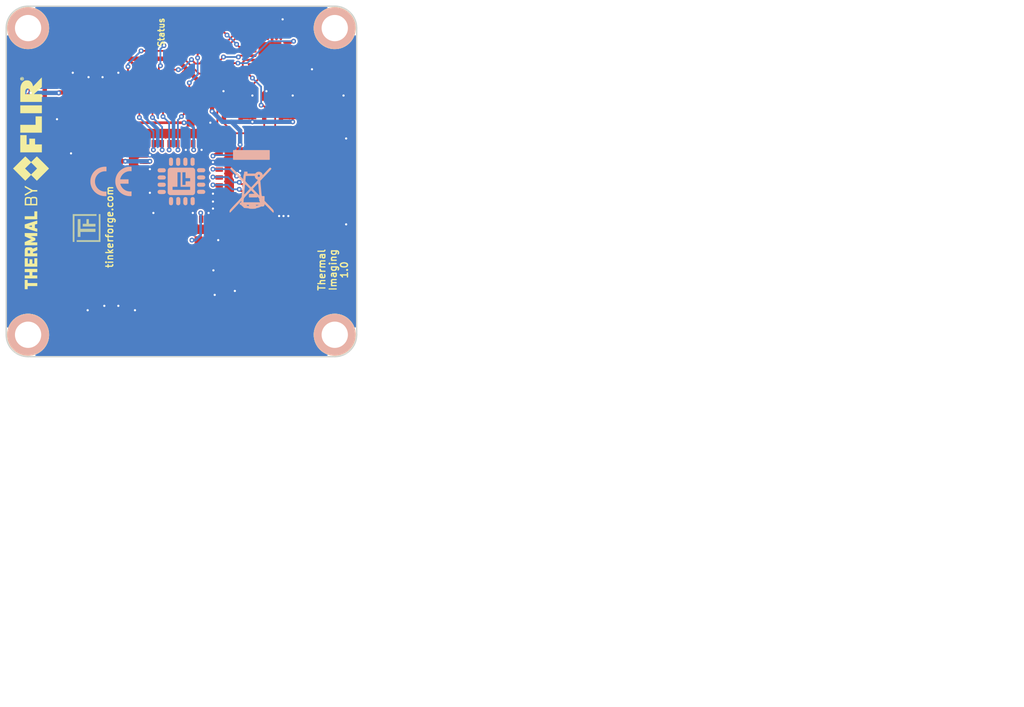
<source format=kicad_pcb>
(kicad_pcb (version 20221018) (generator pcbnew)
  (title_block (title "Thermal Imaging Bricklet") (date "2017-02-08") (rev "1.0") (company "Tinkerforge GmbH") (comment 1 "Licensed under CERN OHL v.1.1") (comment 2 "Copyright (©) 2017, B.Nordmeyer <bastian@tinkerforge.com>"))
  (layers (0 "F.Cu" signal) (31 "B.Cu" signal) (34 "B.Paste" user) (35 "F.Paste" user) (36 "B.SilkS" user "B.Silkscreen") (37 "F.SilkS" user "F.Silkscreen") (38 "B.Mask" user) (39 "F.Mask" user) (44 "Edge.Cuts" user))
  (net 0 "")
  (net 1 "GND")
  (net 2 "RESET")
  (net 3 "M-CS")
  (net 4 "M-CLK")
  (net 5 "M-MISO")
  (net 6 "S-MISO")
  (net 7 "S-MOSI")
  (net 8 "S-CLK")
  (net 9 "S-CS")
  (net 10 "3V3")
  (net 11 "+1.2V_INT")
  (net 12 "Net-(D1-Pad2)")
  (net 13 "Net-(P2-Pad2)")
  (net 14 "Net-(Q1-Pad3)")
  (net 15 "Net-(R1-Pad1)")
  (net 16 "Net-(R2-Pad1)")
  (net 17 "Net-(R4-Pad2)")
  (net 18 "SCL")
  (net 19 "SDA")
  (net 20 "Net-(RP3-Pad1)")
  (net 21 "Net-(RP3-Pad2)")
  (net 22 "Net-(RP3-Pad3)")
  (net 23 "Net-(RP3-Pad7)")
  (net 24 "Net-(RP3-Pad8)")
  (net 25 "VSYNC")
  (net 26 "+2.8V")
  (net 27 "+2.8V_INT")
  (net 28 "Net-(C16-Pad2)")
  (net 29 "Net-(P1-Pad4)")
  (net 30 "Net-(P1-Pad5)")
  (net 31 "Net-(P1-Pad6)")
  (net 32 "Net-(P3-Pad1)")
  (net 33 "Net-(P1-Pad1)")
  (net 34 "Net-(RP2-Pad6)")
  (net 35 "Net-(RP2-Pad7)")
  (net 36 "Net-(RP3-Pad4)")
  (net 37 "Net-(RP3-Pad5)")
  (net 38 "Net-(U1-Pad2)")
  (net 39 "Net-(U1-Pad3)")
  (net 40 "Net-(U1-Pad4)")
  (net 41 "Net-(U1-Pad8)")
  (net 42 "Net-(U1-Pad13)")
  (net 43 "Net-(U1-Pad15)")
  (net 44 "Net-(U1-Pad18)")
  (net 45 "Net-(U1-Pad21)")
  (net 46 "Net-(U4-Pad3)")
  (net 47 "Net-(U4-Pad4)")
  (net 48 "Net-(U4-Pad5)")
  (net 49 "Net-(U4-Pad17)")
  (net 50 "Net-(U4-Pad28)")
  (net 51 "Net-(U4-Pad29)")
  (net 52 "Net-(U4-Pad31)")
  (net 53 "Net-(U4-Pad32)")
  (footprint "kicad-libraries:CON-SENSOR2" (layer "F.Cu") (at 206.4 100.9 90)
    (fp_text reference "P1")
    (fp_text value "CON-SENSOR")
  )
  (footprint "kicad-libraries:SolderJumper" (layer "F.Cu") (at 204.9 90 90)
    (fp_text reference "P2")
    (fp_text value "Boot")
  )
  (footprint "kicad-libraries:CRYSTAL_5032" (layer "F.Cu") (at 175 97.3 -90)
    (fp_text reference "Q1")
    (fp_text value "25MHz")
  )
  (footprint "kicad-libraries:QFN24-4x4mm-0.5mm" (layer "F.Cu") (at 196.5 86.3 180)
    (fp_text reference "U1")
    (fp_text value "XMC1302-32")
  )
  (footprint "kicad-libraries:DRILL_NP" (layer "F.Cu") (at 203.9 118.4)
    (fp_text reference "U8" hide)
    (fp_text value "DRILL" hide)
  )
  (footprint "kicad-libraries:DRILL_NP" (layer "F.Cu") (at 168.9 83.4)
    (fp_text reference "U9" hide)
    (fp_text value "DRILL" hide)
  )
  (footprint "kicad-libraries:DRILL_NP" (layer "F.Cu") (at 168.9 118.4)
    (fp_text reference "U10" hide)
    (fp_text value "DRILL" hide)
  )
  (footprint "kicad-libraries:DRILL_NP" (layer "F.Cu") (at 203.9 83.4)
    (fp_text reference "U11" hide)
    (fp_text value "DRILL" hide)
  )
  (footprint "kicad-libraries:Fiducial_Mark" (layer "F.Cu") (at 200.4 114.9)
    (fp_text reference "Fiducial_Mark" hide)
    (fp_text value "VAL**" hide)
  )
  (footprint "kicad-libraries:Fiducial_Mark" (layer "F.Cu") (at 174.4 118.9)
    (fp_text reference "Fiducial_Mark" hide)
    (fp_text value "VAL**" hide)
  )
  (footprint "kicad-libraries:Fiducial_Mark" (layer "F.Cu") (at 176.4 84.9)
    (fp_text reference "Fiducial_Mark" hide)
    (fp_text value "VAL**" hide)
  )
  (footprint "kicad-libraries:Fiducial_Mark" (layer "F.Cu") (at 199.4 82.9)
    (fp_text reference "Fiducial_Mark" hide)
    (fp_text value "VAL**" hide)
  )
  (footprint "kicad-libraries:Logo_31x31" (layer "F.Cu") (at 174 107.8 90)
    (fp_text reference "G***" hide)
    (fp_text value "Logo_31x31" hide)
  )
  (footprint "kicad-libraries:C0603F" (layer "F.Cu") (at 198.1 103.35 90)
    (fp_text reference "C2")
    (fp_text value "1uF")
  )
  (footprint "kicad-libraries:C0603F" (layer "F.Cu") (at 199.1 92.6 90)
    (fp_text reference "C4")
    (fp_text value "100nF")
  )
  (footprint "kicad-libraries:C0603F" (layer "F.Cu") (at 194.5 92.6 90)
    (fp_text reference "C5")
    (fp_text value "100nF")
  )
  (footprint "kicad-libraries:C0603F" (layer "F.Cu") (at 189.1 107.6 180)
    (fp_text reference "C6")
    (fp_text value "100nF")
  )
  (footprint "kicad-libraries:C0603F" (layer "F.Cu") (at 193.1 98.2 -90)
    (fp_text reference "C7")
    (fp_text value "100nF")
  )
  (footprint "kicad-libraries:C0603F" (layer "F.Cu") (at 188.2 94.2)
    (fp_text reference "C8")
    (fp_text value "100nF")
  )
  (footprint "kicad-libraries:C0603F" (layer "F.Cu") (at 181.1 114.1 90)
    (fp_text reference "C9")
    (fp_text value "1uF")
  )
  (footprint "kicad-libraries:C0603F" (layer "F.Cu") (at 174 90 -90)
    (fp_text reference "C10")
    (fp_text value "1uF")
  )
  (footprint "kicad-libraries:C0603F" (layer "F.Cu") (at 191.75 114.15 -90)
    (fp_text reference "C11")
    (fp_text value "1uF")
  )
  (footprint "kicad-libraries:C0603F" (layer "F.Cu") (at 172.2 95.3 90)
    (fp_text reference "C12")
    (fp_text value "100nF")
  )
  (footprint "kicad-libraries:C0603F" (layer "F.Cu") (at 175.7 114.1 90)
    (fp_text reference "C13")
    (fp_text value "1uF")
  )
  (footprint "kicad-libraries:C0603F" (layer "F.Cu") (at 179.2 90 -90)
    (fp_text reference "C14")
    (fp_text value "1uF")
  )
  (footprint "kicad-libraries:C0603F" (layer "F.Cu") (at 189.3 111.8 180)
    (fp_text reference "C15")
    (fp_text value "1uF")
  )
  (footprint "kicad-libraries:D0603F" (layer "F.Cu") (at 186.4 83.9)
    (fp_text reference "D1")
    (fp_text value "LED blue")
  )
  (footprint "kicad-libraries:R0603F" (layer "F.Cu") (at 189.7 83.9 180)
    (fp_text reference "R1")
    (fp_text value "1k")
  )
  (footprint "kicad-libraries:R0603F" (layer "F.Cu") (at 183.1 91.6 90)
    (fp_text reference "R2")
    (fp_text value "1k")
  )
  (footprint "kicad-libraries:R0603F" (layer "F.Cu") (at 181.6 91.6 90)
    (fp_text reference "R3")
    (fp_text value "1k")
  )
  (footprint "kicad-libraries:R0603F" (layer "F.Cu") (at 178.5 98.6)
    (fp_text reference "R4")
    (fp_text value "100")
  )
  (footprint "kicad-libraries:4X0402" (layer "F.Cu") (at 201 90.2 -135)
    (fp_text reference "RP1")
    (fp_text value "82")
  )
  (footprint "kicad-libraries:0603X4" (layer "F.Cu") (at 185.5 91.6)
    (fp_text reference "RP2")
    (fp_text value "1k")
  )
  (footprint "kicad-libraries:0603X4" (layer "F.Cu") (at 194.8 101.6 90)
    (fp_text reference "RP3")
    (fp_text value "220")
  )
  (footprint "kicad-libraries:SOT23-5" (layer "F.Cu") (at 192.2 92.5 180)
    (fp_text reference "U2")
    (fp_text value "74LVC1G17")
  )
  (footprint "kicad-libraries:SOT23-5" (layer "F.Cu") (at 196.8 92.5 180)
    (fp_text reference "U3")
    (fp_text value "74LVC1G17")
  )
  (footprint "kicad-libraries:Lepton_105028" (layer "F.Cu") (at 186.4 100.9 90)
    (fp_text reference "U4")
    (fp_text value "FLIR-Lepton")
  )
  (footprint "kicad-libraries:SOT23-3" (layer "F.Cu") (at 178.4 114.1)
    (fp_text reference "U5")
    (fp_text value "AP7333-28SAG")
  )
  (footprint "kicad-libraries:SOT23-3" (layer "F.Cu") (at 176.6 90 180)
    (fp_text reference "U6")
    (fp_text value "AP7333-28SAG")
  )
  (footprint "kicad-libraries:SOT23-3R" (layer "F.Cu") (at 189.3 114.1)
    (fp_text reference "U7")
    (fp_text value "MCP1700T-1202E/TT")
  )
  (footprint "kicad-libraries:C0603F" (layer "F.Cu") (at 196.5 82.4 180)
    (fp_text reference "C3")
    (fp_text value "100nF")
  )
  (footprint "kicad-libraries:C0805" (layer "F.Cu") (at 199.6 103.1 90)
    (fp_text reference "C1")
    (fp_text value "10uF")
  )
  (footprint "kicad-libraries:DEBUG_PAD" (layer "F.Cu") (at 200 84.7)
    (fp_text reference "P3")
    (fp_text value "Debug")
  )
  (footprint "kicad-libraries:logo_therm_by_flir" (layer "F.Cu") (at 169.2 100.9 90)
    (fp_text reference "G***" hide)
    (fp_text value "LOGO" hide)
  )
  (footprint "kicad-libraries:C0402F" (layer "F.Cu") (at 202.2 89 -45)
    (fp_text reference "C16")
    (fp_text value "220pF")
  )
  (footprint "kicad-libraries:CE_5mm" (layer "B.Cu") (at 178.4 100.9)
    (fp_text reference "VAL" hide)
    (fp_text value "CE_5mm" hide)
  )
  (footprint "kicad-libraries:Logo_CoMCU" (layer "B.Cu") (at 186.4 100.9)
    (fp_text reference "G***" hide)
    (fp_text value "LOGO" hide)
  )
  (footprint "kicad-libraries:WEEE_7mm" (layer "B.Cu") (at 194.4 100.9)
    (fp_text reference "G***" hide)
    (fp_text value "LOGO" hide)
  )
  (gr_arc (start 166.4 83.4) (mid 167.132233 81.632233) (end 168.9 80.9) (stroke (width 0.15)) (layer "Edge.Cuts"))
  (gr_line (start 206.4 118.4) (end 206.4 83.4) (stroke (width 0.15)) (layer "Edge.Cuts"))
  (gr_arc (start 203.9 80.9) (mid 205.667767 81.632233) (end 206.4 83.4) (stroke (width 0.15)) (layer "Edge.Cuts"))
  (gr_line (start 166.4 83.4) (end 166.4 118.4) (stroke (width 0.15)) (layer "Edge.Cuts"))
  (gr_arc (start 206.4 118.4) (mid 205.667767 120.167767) (end 203.9 120.9) (stroke (width 0.15)) (layer "Edge.Cuts"))
  (gr_arc (start 168.9 120.9) (mid 167.132233 120.167767) (end 166.4 118.4) (stroke (width 0.15)) (layer "Edge.Cuts"))
  (gr_line (start 168.9 120.9) (end 203.9 120.9) (stroke (width 0.15)) (layer "Edge.Cuts"))
  (gr_line (start 203.9 80.9) (end 168.9 80.9) (stroke (width 0.15)) (layer "Edge.Cuts"))
  (gr_text "Thermal\nImaging\n1.0" (at 203.7 111 90) (layer "F.SilkS") (effects (font (size 0.8 0.8))))
  (gr_text "Status" (at 184.1 83.9 90) (layer "F.SilkS") (effects (font (size 0.7 0.7))))
  (gr_text "tinkerforge.com" (at 178.2 106.1 90) (layer "F.SilkS") (effects (font (size 0.8 0.8))))
  (segment (start 190.05 98.65) (end 190 98.7) (width 0.2) (layer "F.Cu") (net 1))
  (segment (start 193.1 99.7) (end 193.1 98.95) (width 0.2) (layer "F.Cu") (net 1))
  (segment (start 188.65 97.25) (end 188.7 97.3) (width 0.2) (layer "F.Cu") (net 1))
  (segment (start 189.7 94.2) (end 188.95 94.2) (width 0.3) (layer "F.Cu") (net 1))
  (segment (start 186.9 96.64) (end 186.9 97.3) (width 0.3) (layer "F.Cu") (net 1))
  (segment (start 182.75 99.55) (end 182.8 99.5) (width 0.2) (layer "F.Cu") (net 1))
  (segment (start 182.75 102.25) (end 182.8 102.2) (width 0.2) (layer "F.Cu") (net 1))
  (segment (start 183.25 104.55) (end 183.2 104.5) (width 0.2) (layer "F.Cu") (net 1))
  (segment (start 187.75 104.55) (end 187.7 104.5) (width 0.2) (layer "F.Cu") (net 1))
  (segment (start 189.55 104.55) (end 189.5 104.5) (width 0.2) (layer "F.Cu") (net 1))
  (segment (start 190.6 107.6) (end 189.85 107.6) (width 0.2) (layer "F.Cu") (net 1))
  (segment (start 196.75 83.75) (end 197.25 83.25) (width 0.3) (layer "F.Cu") (net 1))
  (segment (start 197.25 83.25) (end 197.25 82.8) (width 0.3) (layer "F.Cu") (net 1))
  (segment (start 196.75 85.25) (end 197.15 85.65) (width 0.2) (layer "F.Cu") (net 1))
  (segment (start 195.85004 90.84996) (end 196.1 90.6) (width 0.5) (layer "F.Cu") (net 1))
  (segment (start 191.25004 90.65004) (end 191.2 90.6) (width 0.3) (layer "F.Cu") (net 1))
  (segment (start 179.19924 115.10076) (end 179.2 115.1) (width 0.5) (layer "F.Cu") (net 1))
  (segment (start 177.60076 115.10076) (end 177.6 115.1) (width 0.5) (layer "F.Cu") (net 1))
  (segment (start 177.39924 88.99924) (end 177.4 89) (width 0.5) (layer "F.Cu") (net 1))
  (segment (start 175.80076 88.99924) (end 175.8 89) (width 0.5) (layer "F.Cu") (net 1))
  (segment (start 182.65 97.75) (end 182.8 97.9) (width 0.3) (layer "F.Cu") (net 1))
  (segment (start 190.05 104.05) (end 190 104) (width 0.3) (layer "F.Cu") (net 1))
  (segment (start 190.05 103.15) (end 190 103.2) (width 0.3) (layer "F.Cu") (net 1))
  (segment (start 190.05 102.25) (end 190 102.3) (width 0.3) (layer "F.Cu") (net 1))
  (segment (start 173.75 97.75) (end 173.8 97.7) (width 0.5) (layer "F.Cu") (net 1))
  (segment (start 204.35 90.3) (end 204.55 90.5) (width 0.2) (layer "F.Cu") (net 1))
  (segment (start 204.55 90.5) (end 204.9 90.5) (width 0.2) (layer "F.Cu") (net 1))
  (segment (start 205.45 90.4) (end 205.35 90.5) (width 0.2) (layer "F.Cu") (net 1))
  (segment (start 205.35 90.5) (end 204.9 90.5) (width 0.2) (layer "F.Cu") (net 1))
  (segment (start 190.189 113.839) (end 190.2 113.85) (width 0.5) (layer "F.Cu") (net 1))
  (segment (start 200.95 103.4) (end 200.24924 104.10076) (width 0.5) (layer "F.Cu") (net 1))
  (segment (start 200.24924 104.10076) (end 199.6 104.10076) (width 0.5) (layer "F.Cu") (net 1))
  (segment (start 198.10076 104.10076) (end 198.1 104.1) (width 0.5) (layer "F.Cu") (net 1))
  (segment (start 198.1 104.35) (end 198.6 104.85) (width 0.5) (layer "F.Cu") (net 1))
  (segment (start 198.1 104.8) (end 198.05 104.85) (width 0.5) (layer "F.Cu") (net 1))
  (segment (start 198.1 104.3) (end 197.55 104.85) (width 0.5) (layer "F.Cu") (net 1))
  (segment (start 196.75 84.275) (end 196.75 85.25) (width 0.3) (layer "F.Cu") (net 1))
  (segment (start 204.35 90.225) (end 204.35 90.3) (width 0.2) (layer "F.Cu") (net 1))
  (segment (start 201.8 103.4) (end 200.95 103.4) (width 0.5) (layer "F.Cu") (net 1))
  (segment (start 196.75 84.275) (end 196.75 83.75) (width 0.3) (layer "F.Cu") (net 1))
  (segment (start 186.85 96.59) (end 186.9 96.64) (width 0.2) (layer "F.Cu") (net 1))
  (segment (start 176.6 88.99924) (end 177.39924 88.99924) (width 0.5) (layer "F.Cu") (net 1))
  (segment (start 181.1 114.85) (end 181.1 115.6) (width 0.5) (layer "F.Cu") (net 1))
  (segment (start 197.25 82.4) (end 197.95 82.4) (width 0.5) (layer "F.Cu") (net 1))
  (segment (start 197.15 86.95) (end 197.15 85.65) (width 0.2) (layer "F.Cu") (net 1))
  (segment (start 183.25 105.21) (end 183.25 104.55) (width 0.3) (layer "F.Cu") (net 1))
  (segment (start 198.1 104.1) (end 198.1 104.35) (width 0.5) (layer "F.Cu") (net 1))
  (segment (start 205.45 90.225) (end 205.45 90.4) (width 0.2) (layer "F.Cu") (net 1))
  (segment (start 182.09 99.55) (end 182.75 99.55) (width 0.3) (layer "F.Cu") (net 1))
  (segment (start 182.09 97.75) (end 182.65 97.75) (width 0.3) (layer "F.Cu") (net 1))
  (segment (start 190.71 102.25) (end 190.05 102.25) (width 0.3) (layer "F.Cu") (net 1))
  (segment (start 190.189 113.084) (end 190.189 113.839) (width 0.5) (layer "F.Cu") (net 1))
  (segment (start 178.4 115.10076) (end 179.19924 115.10076) (width 0.5) (layer "F.Cu") (net 1))
  (segment (start 176.6 88.99924) (end 175.80076 88.99924) (width 0.5) (layer "F.Cu") (net 1))
  (segment (start 205.2 106.8) (end 205.2 105.8) (width 0.4) (layer "F.Cu") (net 1))
  (segment (start 195.85 86.95) (end 197.15 86.95) (width 0.2) (layer "F.Cu") (net 1))
  (segment (start 178.4 115.10076) (end 177.60076 115.10076) (width 0.5) (layer "F.Cu") (net 1))
  (segment (start 191.75 113.4) (end 192.5 113.4) (width 0.5) (layer "F.Cu") (net 1))
  (segment (start 189.55 105.21) (end 189.55 104.55) (width 0.3) (layer "F.Cu") (net 1))
  (segment (start 198.1 104.1) (end 198.1 104.8) (width 0.5) (layer "F.Cu") (net 1))
  (segment (start 199.1 91.85) (end 199.1 91.1) (width 0.5) (layer "F.Cu") (net 1))
  (segment (start 190.71 98.65) (end 190.05 98.65) (width 0.3) (layer "F.Cu") (net 1))
  (segment (start 194.5 91.85) (end 194.5 91.1) (width 0.5) (layer "F.Cu") (net 1))
  (segment (start 204.9 90.5) (end 204.9 91.1) (width 0.3) (layer "F.Cu") (net 1))
  (segment (start 172.2 94.55) (end 172.2 93.8) (width 0.5) (layer "F.Cu") (net 1))
  (segment (start 198.1 104.1) (end 198.1 104.3) (width 0.5) (layer "F.Cu") (net 1))
  (segment (start 173.75 98.63) (end 173.75 97.75) (width 0.5) (layer "F.Cu") (net 1))
  (segment (start 199.6 104.10076) (end 198.10076 104.10076) (width 0.5) (layer "F.Cu") (net 1))
  (segment (start 195.85 85.65) (end 195.85 86.95) (width 0.2) (layer "F.Cu") (net 1))
  (segment (start 174 89.25) (end 174 88.5) (width 0.5) (layer "F.Cu") (net 1))
  (segment (start 182.09 102.25) (end 182.75 102.25) (width 0.3) (layer "F.Cu") (net 1))
  (segment (start 179.2 89.25) (end 179.2 88.5) (width 0.5) (layer "F.Cu") (net 1))
  (segment (start 190.71 104.05) (end 190.05 104.05) (width 0.3) (layer "F.Cu") (net 1))
  (segment (start 188.65 96.59) (end 188.65 97.25) (width 0.3) (layer "F.Cu") (net 1))
  (segment (start 191.25004 91.30112) (end 191.25004 90.65004) (width 0.5) (layer "F.Cu") (net 1))
  (segment (start 190.05 111.8) (end 190.05 111.05) (width 0.5) (layer "F.Cu") (net 1))
  (segment (start 175.7 114.85) (end 175.7 115.6) (width 0.5) (layer "F.Cu") (net 1))
  (segment (start 195.85004 91.30112) (end 195.85004 90.84996) (width 0.5) (layer "F.Cu") (net 1))
  (segment (start 187.75 105.21) (end 187.75 104.55) (width 0.3) (layer "F.Cu") (net 1))
  (segment (start 190.71 103.15) (end 190.05 103.15) (width 0.3) (layer "F.Cu") (net 1))
  (segment (start 205.2 95) (end 205.2 96) (width 0.4) (layer "F.Cu") (net 1))
  (segment (start 201.740381 88.540381) (end 201.3 88.1) (width 0.4) (layer "F.Cu") (net 1))
  (via (at 174 88.5) (size 0.55) (drill 0.25) (layers "F.Cu" "B.Cu") (net 1))
  (via (at 172.2 93.8) (size 0.55) (drill 0.25) (layers "F.Cu" "B.Cu") (net 1))
  (via (at 173.8 97.7) (size 0.55) (drill 0.25) (layers "F.Cu" "B.Cu") (net 1))
  (via (at 183.2 104.5) (size 0.55) (drill 0.25) (layers "F.Cu" "B.Cu") (net 1))
  (via (at 188.7 97.3) (size 0.55) (drill 0.25) (layers "F.Cu" "B.Cu") (net 1))
  (via (at 189.5 104.5) (size 0.55) (drill 0.25) (layers "F.Cu" "B.Cu") (net 1))
  (via (at 177.4 89) (size 0.55) (drill 0.25) (layers "F.Cu" "B.Cu") (net 1))
  (via (at 181.1 115.6) (size 0.55) (drill 0.25) (layers "F.Cu" "B.Cu") (net 1))
  (via (at 196.1 90.6) (size 0.55) (drill 0.25) (layers "F.Cu" "B.Cu") (net 1))
  (via (at 201.3 88.1) (size 0.55) (drill 0.25) (layers "F.Cu" "B.Cu") (net 1))
  (via (at 177.6 115.1) (size 0.55) (drill 0.25) (layers "F.Cu" "B.Cu") (net 1))
  (via (at 205.2 105.8) (size 0.55) (drill 0.25) (layers "F.Cu" "B.Cu") (net 1))
  (via (at 190.05 111.05) (size 0.55) (drill 0.25) (layers "F.Cu" "B.Cu") (net 1))
  (via (at 204.9 91.1) (size 0.55) (drill 0.25) (layers "F.Cu" "B.Cu") (net 1))
  (via (at 175.7 115.6) (size 0.55) (drill 0.25) (layers "F.Cu" "B.Cu") (net 1))
  (via (at 186.9 97.3) (size 0.55) (drill 0.25) (layers "F.Cu" "B.Cu") (net 1))
  (via (at 182.8 97.9) (size 0.55) (drill 0.25) (layers "F.Cu" "B.Cu") (net 1))
  (via (at 190 104) (size 0.55) (drill 0.25) (layers "F.Cu" "B.Cu") (net 1))
  (via (at 199.1 91.1) (size 0.55) (drill 0.25) (layers "F.Cu" "B.Cu") (net 1))
  (via (at 193.1 99.7) (size 0.55) (drill 0.25) (layers "F.Cu" "B.Cu") (net 1))
  (via (at 197.95 82.4) (size 0.55) (drill 0.25) (layers "F.Cu" "B.Cu") (net 1))
  (via (at 205.2 96) (size 0.55) (drill 0.25) (layers "F.Cu" "B.Cu") (net 1))
  (via (at 198.05 104.85) (size 0.55) (drill 0.25) (layers "F.Cu" "B.Cu") (net 1))
  (via (at 179.2 88.5) (size 0.55) (drill 0.25) (layers "F.Cu" "B.Cu") (net 1))
  (via (at 182.8 102.2) (size 0.55) (drill 0.25) (layers "F.Cu" "B.Cu") (net 1))
  (via (at 198.6 104.85) (size 0.55) (drill 0.25) (layers "F.Cu" "B.Cu") (net 1))
  (via (at 192.5 113.4) (size 0.55) (drill 0.25) (layers "F.Cu" "B.Cu") (net 1))
  (via (at 197.55 104.85) (size 0.55) (drill 0.25) (layers "F.Cu" "B.Cu") (net 1))
  (via (at 190 102.3) (size 0.55) (drill 0.25) (layers "F.Cu" "B.Cu") (net 1))
  (via (at 191.2 90.6) (size 0.55) (drill 0.25) (layers "F.Cu" "B.Cu") (net 1))
  (via (at 190 98.7) (size 0.55) (drill 0.25) (layers "F.Cu" "B.Cu") (net 1))
  (via (at 190 103.2) (size 0.55) (drill 0.25) (layers "F.Cu" "B.Cu") (net 1))
  (via (at 189.7 94.2) (size 0.55) (drill 0.25) (layers "F.Cu" "B.Cu") (net 1))
  (via (at 175.8 89) (size 0.55) (drill 0.25) (layers "F.Cu" "B.Cu") (net 1))
  (via (at 187.7 104.5) (size 0.55) (drill 0.25) (layers "F.Cu" "B.Cu") (net 1))
  (via (at 179.2 115.1) (size 0.55) (drill 0.25) (layers "F.Cu" "B.Cu") (net 1))
  (via (at 194.5 91.1) (size 0.55) (drill 0.25) (layers "F.Cu" "B.Cu") (net 1))
  (via (at 182.8 99.5) (size 0.55) (drill 0.25) (layers "F.Cu" "B.Cu") (net 1))
  (via (at 190.2 113.85) (size 0.55) (drill 0.25) (layers "F.Cu" "B.Cu") (net 1))
  (via (at 190.6 107.6) (size 0.55) (drill 0.25) (layers "F.Cu" "B.Cu") (net 1))
  (segment (start 190 98.7) (end 192.1 98.7) (width 0.2) (layer "B.Cu") (net 1))
  (segment (start 192.1 98.7) (end 193.1 99.7) (width 0.2) (layer "B.Cu") (net 1))
  (segment (start 188.7 97.3) (end 188.7 94.6) (width 0.2) (layer "B.Cu") (net 1))
  (segment (start 188.7 94.6) (end 189.1 94.2) (width 0.2) (layer "B.Cu") (net 1))
  (segment (start 189.1 94.2) (end 189.7 94.2) (width 0.2) (layer "B.Cu") (net 1))
  (segment (start 189.5 106.5) (end 190.6 107.6) (width 0.2) (layer "B.Cu") (net 1))
  (segment (start 189.5 104.5) (end 189.5 106.5) (width 0.2) (layer "B.Cu") (net 1))
  (segment (start 183.25 97.25) (end 183.2 97.3) (width 0.3) (layer "F.Cu") (net 2))
  (segment (start 181.6 93.6) (end 181.6 92.35) (width 0.2) (layer "F.Cu") (net 2))
  (segment (start 193.05 86.55) (end 192.9 86.7) (width 0.2) (layer "F.Cu") (net 2))
  (segment (start 180.3 87.8) (end 180.3 91.9) (width 0.2) (layer "F.Cu") (net 2))
  (segment (start 180.3 91.9) (end 180.75 92.35) (width 0.2) (layer "F.Cu") (net 2))
  (segment (start 180.75 92.35) (end 181.6 92.35) (width 0.2) (layer "F.Cu") (net 2))
  (segment (start 189.3 88.6) (end 188.4 88.6) (width 0.2) (layer "F.Cu") (net 2))
  (segment (start 188.4 88.6) (end 185.8 86) (width 0.2) (layer "F.Cu") (net 2))
  (segment (start 185.8 86) (end 181.8 86) (width 0.2) (layer "F.Cu") (net 2))
  (segment (start 194.475 86.55) (end 193.05 86.55) (width 0.2) (layer "F.Cu") (net 2))
  (segment (start 191.2 86.7) (end 189.3 88.6) (width 0.2) (layer "F.Cu") (net 2))
  (segment (start 183.25 96.59) (end 183.25 97.25) (width 0.2) (layer "F.Cu") (net 2))
  (via (at 181.6 93.6) (size 0.55) (drill 0.25) (layers "F.Cu" "B.Cu") (net 2))
  (via (at 183.2 97.3) (size 0.55) (drill 0.25) (layers "F.Cu" "B.Cu") (net 2))
  (via (at 180.3 87.8) (size 0.55) (drill 0.25) (layers "F.Cu" "B.Cu") (net 2))
  (via (at 181.8 86) (size 0.55) (drill 0.25) (layers "F.Cu" "B.Cu") (net 2))
  (via (at 192.9 86.7) (size 0.55) (drill 0.25) (layers "F.Cu" "B.Cu") (net 2))
  (via (at 191.2 86.7) (size 0.55) (drill 0.25) (layers "F.Cu" "B.Cu") (net 2))
  (segment (start 183.2 97.3) (end 183.2 95.2) (width 0.2) (layer "B.Cu") (net 2))
  (segment (start 183.2 95.2) (end 181.6 93.6) (width 0.2) (layer "B.Cu") (net 2))
  (segment (start 192.9 86.7) (end 191.2 86.7) (width 0.2) (layer "B.Cu") (net 2))
  (segment (start 181.8 86) (end 180.3 87.5) (width 0.2) (layer "B.Cu") (net 2))
  (segment (start 180.3 87.5) (end 180.3 87.8) (width 0.2) (layer "B.Cu") (net 2))
  (segment (start 196.8 91) (end 196.8 91.30112) (width 0.2) (layer "F.Cu") (net 3))
  (segment (start 196.8 90.5) (end 195.75 89.45) (width 0.2) (layer "F.Cu") (net 3))
  (segment (start 196.8 91.30112) (end 196.8 90.5) (width 0.2) (layer "F.Cu") (net 3))
  (segment (start 195.75 88.325) (end 195.75 89.45) (width 0.2) (layer "F.Cu") (net 3))
  (segment (start 192.4 90.6) (end 192.2 90.8) (width 0.2) (layer "F.Cu") (net 4))
  (segment (start 192.2 91.30112) (end 192.2 90.8) (width 0.2) (layer "F.Cu") (net 4))
  (segment (start 193.8 90.6) (end 195.25 89.15) (width 0.2) (layer "F.Cu") (net 4))
  (segment (start 195.25 88.325) (end 195.25 89.15) (width 0.2) (layer "F.Cu") (net 4))
  (segment (start 192.4 90.6) (end 193.8 90.6) (width 0.2) (layer "F.Cu") (net 4))
  (segment (start 196.70122 101.99878) (end 197.1 101.6) (width 0.2) (layer "F.Cu") (net 5))
  (segment (start 197.1 101.6) (end 197.1 93.6) (width 0.2) (layer "F.Cu") (net 5))
  (segment (start 197.1 93.6) (end 195.7 92.2) (width 0.2) (layer "F.Cu") (net 5))
  (segment (start 195.7 92.2) (end 195.5 92.2) (width 0.2) (layer "F.Cu") (net 5))
  (segment (start 194.5 89.1) (end 193.4 88) (width 0.2) (layer "F.Cu") (net 5))
  (segment (start 193.4 88) (end 193.4 87.3) (width 0.2) (layer "F.Cu") (net 5))
  (segment (start 193.4 87.3) (end 193.65 87.05) (width 0.2) (layer "F.Cu") (net 5))
  (segment (start 194.475 87.05) (end 193.65 87.05) (width 0.2) (layer "F.Cu") (net 5))
  (segment (start 196.70122 101.99878) (end 195.6509 101.99878) (width 0.2) (layer "F.Cu") (net 5))
  (via (at 194.5 89.1) (size 0.55) (drill 0.25) (layers "F.Cu" "B.Cu") (net 5))
  (via (at 195.5 92.2) (size 0.55) (drill 0.25) (layers "F.Cu" "B.Cu") (net 5))
  (segment (start 195.5 90.1) (end 194.5 89.1) (width 0.2) (layer "B.Cu") (net 5))
  (segment (start 195.5 92.2) (end 195.5 90.1) (width 0.2) (layer "B.Cu") (net 5))
  (segment (start 199.409671 87.55) (end 201.123249 89.263578) (width 0.2) (layer "F.Cu") (net 6))
  (segment (start 198.525 87.55) (end 199.409671 87.55) (width 0.2) (layer "F.Cu") (net 6))
  (segment (start 197.75 88.75) (end 198 89) (width 0.2) (layer "F.Cu") (net 7))
  (segment (start 198 89) (end 200.152026 89) (width 0.2) (layer "F.Cu") (net 7))
  (segment (start 200.152026 89) (end 200.769427 89.617401) (width 0.2) (layer "F.Cu") (net 7))
  (segment (start 197.75 88.325) (end 197.75 88.75) (width 0.2) (layer "F.Cu") (net 7))
  (segment (start 197.25 89.15) (end 197.6 89.5) (width 0.2) (layer "F.Cu") (net 8))
  (segment (start 197.6 89.5) (end 199.947974 89.5) (width 0.2) (layer "F.Cu") (net 8))
  (segment (start 199.947974 89.5) (end 200.417401 89.969427) (width 0.2) (layer "F.Cu") (net 8))
  (segment (start 197.25 88.325) (end 197.25 89.15) (width 0.2) (layer "F.Cu") (net 8))
  (segment (start 196.75 89.45) (end 197.2 89.9) (width 0.2) (layer "F.Cu") (net 9))
  (segment (start 197.2 89.9) (end 199.640329 89.9) (width 0.2) (layer "F.Cu") (net 9))
  (segment (start 199.640329 89.9) (end 200.063578 90.323249) (width 0.2) (layer "F.Cu") (net 9))
  (segment (start 196.75 88.325) (end 196.75 89.45) (width 0.2) (layer "F.Cu") (net 9))
  (segment (start 180.05 113.35) (end 179.784 113.084) (width 0.5) (layer "F.Cu") (net 10))
  (segment (start 179.784 113.084) (end 179.289 113.084) (width 0.5) (layer "F.Cu") (net 10))
  (segment (start 182.95 113.35) (end 186 116.4) (width 0.5) (layer "F.Cu") (net 10))
  (segment (start 186 116.4) (end 192.85 116.4) (width 0.5) (layer "F.Cu") (net 10))
  (segment (start 183.1 116.4) (end 182.3 117.2) (width 0.5) (layer "F.Cu") (net 10))
  (segment (start 182.3 117.2) (end 174.8 117.2) (width 0.5) (layer "F.Cu") (net 10))
  (segment (start 174.8 117.2) (end 168.3 110.7) (width 0.5) (layer "F.Cu") (net 10))
  (segment (start 168.3 110.7) (end 168.3 91.7) (width 0.5) (layer "F.Cu") (net 10))
  (segment (start 168.3 91.7) (end 169.2 90.8) (width 0.5) (layer "F.Cu") (net 10))
  (segment (start 172.4 90.8) (end 172.45 90.75) (width 0.5) (layer "F.Cu") (net 10))
  (segment (start 172.45 90.75) (end 174 90.75) (width 0.5) (layer "F.Cu") (net 10))
  (segment (start 175.216 91.016) (end 174.95 90.75) (width 0.5) (layer "F.Cu") (net 10))
  (segment (start 174.95 90.75) (end 174 90.75) (width 0.5) (layer "F.Cu") (net 10))
  (segment (start 169.2 88.7) (end 175.3 82.6) (width 0.5) (layer "F.Cu") (net 10))
  (segment (start 175.3 82.6) (end 183.6 82.6) (width 0.5) (layer "F.Cu") (net 10))
  (segment (start 184.7 83.9) (end 183.6 82.8) (width 0.5) (layer "F.Cu") (net 10))
  (segment (start 183.6 82.8) (end 183.6 82.6) (width 0.5) (layer "F.Cu") (net 10))
  (segment (start 196.25 83.5) (end 195.75 83) (width 0.3) (layer "F.Cu") (net 10))
  (segment (start 195.75 83) (end 195.75 82.4) (width 0.3) (layer "F.Cu") (net 10))
  (segment (start 183.8 82.4) (end 183.6 82.6) (width 0.5) (layer "F.Cu") (net 10))
  (segment (start 190.59924 115.10076) (end 190.8 114.9) (width 0.3) (layer "F.Cu") (net 10))
  (segment (start 190.8 114.9) (end 191.75 114.9) (width 0.3) (layer "F.Cu") (net 10))
  (segment (start 191.75 115.3) (end 192.85 116.4) (width 0.5) (layer "F.Cu") (net 10))
  (segment (start 192.85 116.4) (end 193.4 116.4) (width 0.5) (layer "F.Cu") (net 10))
  (segment (start 199.65076 102.15) (end 199.6 102.09924) (width 0.5) (layer "F.Cu") (net 10))
  (segment (start 199.30076 102.09924) (end 198.8 102.6) (width 0.5) (layer "F.Cu") (net 10))
  (segment (start 198.8 102.6) (end 198.1 102.6) (width 0.5) (layer "F.Cu") (net 10))
  (segment (start 197.3 102.6) (end 196.85 103.05) (width 0.5) (layer "F.Cu") (net 10))
  (segment (start 196.85 103.05) (end 196.85 112.95) (width 0.5) (layer "F.Cu") (net 10))
  (segment (start 196.85 112.95) (end 193.4 116.4) (width 0.5) (layer "F.Cu") (net 10))
  (segment (start 196.25 84.275) (end 196.25 83.5) (width 0.3) (layer "F.Cu") (net 10))
  (segment (start 181.1 113.35) (end 180.05 113.35) (width 0.5) (layer "F.Cu") (net 10))
  (segment (start 191.75 114.9) (end 191.75 115.3) (width 0.5) (layer "F.Cu") (net 10))
  (segment (start 189.3 115.10076) (end 190.59924 115.10076) (width 0.3) (layer "F.Cu") (net 10))
  (segment (start 169.2 90.8) (end 169.2 88.7) (width 0.5) (layer "F.Cu") (net 10))
  (segment (start 185.5499 83.9) (end 184.7 83.9) (width 0.5) (layer "F.Cu") (net 10))
  (segment (start 186 116.4) (end 183.1 116.4) (width 0.5) (layer "F.Cu") (net 10))
  (segment (start 175.711 91.016) (end 175.216 91.016) (width 0.5) (layer "F.Cu") (net 10))
  (segment (start 181.1 113.35) (end 182.95 113.35) (width 0.5) (layer "F.Cu") (net 10))
  (segment (start 198.1 102.6) (end 197.3 102.6) (width 0.5) (layer "F.Cu") (net 10))
  (segment (start 199.6 102.09924) (end 199.30076 102.09924) (width 0.5) (layer "F.Cu") (net 10))
  (segment (start 201.8 102.15) (end 199.65076 102.15) (width 0.5) (layer "F.Cu") (net 10))
  (segment (start 195.75 82.4) (end 183.8 82.4) (width 0.5) (layer "F.Cu") (net 10))
  (via (at 169.2 90.8) (size 0.55) (drill 0.25) (layers "F.Cu" "B.Cu") (net 10))
  (via (at 172.4 90.8) (size 0.55) (drill 0.25) (layers "F.Cu" "B.Cu") (net 10))
  (segment (start 169.2 90.8) (end 172.4 90.8) (width 0.5) (layer "B.Cu") (net 10))
  (segment (start 188.65 104.55) (end 188.6 104.5) (width 0.2) (layer "F.Cu") (net 11))
  (segment (start 187.6 107.6) (end 188.35 107.6) (width 0.3) (layer "F.Cu") (net 11))
  (segment (start 188.35 109.1) (end 188.55 109.3) (width 0.3) (layer "F.Cu") (net 11))
  (segment (start 188.55 109.3) (end 188.55 111.8) (width 0.3) (layer "F.Cu") (net 11))
  (segment (start 188.55 112.3) (end 188.411 112.439) (width 0.3) (layer "F.Cu") (net 11))
  (segment (start 188.411 112.439) (end 188.411 113.084) (width 0.3) (layer "F.Cu") (net 11))
  (segment (start 188.35 107.6) (end 188.35 109.1) (width 0.3) (layer "F.Cu") (net 11))
  (segment (start 188.65 105.21) (end 188.65 104.55) (width 0.3) (layer "F.Cu") (net 11))
  (segment (start 188.55 111.8) (end 188.55 112.3) (width 0.3) (layer "F.Cu") (net 11))
  (via (at 188.6 104.5) (size 0.55) (drill 0.25) (layers "F.Cu" "B.Cu") (net 11))
  (via (at 187.6 107.6) (size 0.55) (drill 0.25) (layers "F.Cu" "B.Cu") (net 11))
  (segment (start 188.6 107) (end 188 107.6) (width 0.3) (layer "B.Cu") (net 11))
  (segment (start 188 107.6) (end 187.6 107.6) (width 0.3) (layer "B.Cu") (net 11))
  (segment (start 188.6 104.5) (end 188.6 107) (width 0.3) (layer "B.Cu") (net 11))
  (segment (start 188.95 83.9) (end 187.2501 83.9) (width 0.2) (layer "F.Cu") (net 12))
  (segment (start 201 85.55) (end 198.525 85.55) (width 0.2) (layer "F.Cu") (net 13))
  (segment (start 204.9 89.45) (end 201 85.55) (width 0.2) (layer "F.Cu") (net 13))
  (segment (start 204.9 89.85) (end 204.9 89.45) (width 0.2) (layer "F.Cu") (net 13))
  (segment (start 177.72 98.63) (end 177.75 98.6) (width 0.2) (layer "F.Cu") (net 14))
  (segment (start 176.05 98.63) (end 177.72 98.63) (width 0.5) (layer "F.Cu") (net 14))
  (segment (start 193 85.55) (end 192.7 85.25) (width 0.2) (layer "F.Cu") (net 15))
  (segment (start 191.6 84.2) (end 191.3 83.9) (width 0.2) (layer "F.Cu") (net 15))
  (segment (start 191.3 83.9) (end 190.45 83.9) (width 0.2) (layer "F.Cu") (net 15))
  (segment (start 194.475 85.55) (end 193 85.55) (width 0.2) (layer "F.Cu") (net 15))
  (via (at 192.7 85.25) (size 0.55) (drill 0.25) (layers "F.Cu" "B.Cu") (net 15))
  (via (at 191.6 84.2) (size 0.55) (drill 0.25) (layers "F.Cu" "B.Cu") (net 15))
  (segment (start 192.7 85.25) (end 191.65 84.2) (width 0.2) (layer "B.Cu") (net 15))
  (segment (start 191.65 84.2) (end 191.6 84.2) (width 0.2) (layer "B.Cu") (net 15))
  (segment (start 184.2 96.64) (end 184.2 97.3) (width 0.2) (layer "F.Cu") (net 16))
  (segment (start 183.1 93.6) (end 183.1 92.35) (width 0.2) (layer "F.Cu") (net 16))
  (segment (start 184.15 96.59) (end 184.2 96.64) (width 0.2) (layer "F.Cu") (net 16))
  (via (at 184.2 97.3) (size 0.55) (drill 0.25) (layers "F.Cu" "B.Cu") (net 16))
  (via (at 183.1 93.6) (size 0.55) (drill 0.25) (layers "F.Cu" "B.Cu") (net 16))
  (segment (start 184.2 97.3) (end 184.2 94.7) (width 0.2) (layer "B.Cu") (net 16))
  (segment (start 184.2 94.7) (end 183.1 93.6) (width 0.2) (layer "B.Cu") (net 16))
  (segment (start 182.8 98.6) (end 182.75 98.65) (width 0.2) (layer "F.Cu") (net 17))
  (segment (start 182.75 98.65) (end 182.09 98.65) (width 0.5) (layer "F.Cu") (net 17))
  (segment (start 179.25 98.6) (end 180 98.6) (width 0.5) (layer "F.Cu") (net 17))
  (via (at 182.8 98.6) (size 0.55) (drill 0.25) (layers "F.Cu" "B.Cu") (net 17))
  (via (at 180 98.6) (size 0.55) (drill 0.25) (layers "F.Cu" "B.Cu") (net 17))
  (segment (start 180 98.6) (end 182.8 98.6) (width 0.5) (layer "B.Cu") (net 17))
  (segment (start 186 96.64) (end 186 97.3) (width 0.2) (layer "F.Cu") (net 18))
  (segment (start 186.4 93.5) (end 186.69888 93.20112) (width 0.2) (layer "F.Cu") (net 18))
  (segment (start 186.69888 93.20112) (end 186.69888 92.4509) (width 0.2) (layer "F.Cu") (net 18))
  (segment (start 187.1 92.4) (end 186.74978 92.4) (width 0.2) (layer "F.Cu") (net 18))
  (segment (start 187.1 92.4) (end 187.3 92.2) (width 0.2) (layer "F.Cu") (net 18))
  (segment (start 187.3 92.2) (end 187.3 89.65) (width 0.2) (layer "F.Cu") (net 18))
  (segment (start 195.75 83.6) (end 195.45 83.3) (width 0.2) (layer "F.Cu") (net 18))
  (segment (start 195.45 83.3) (end 193.25 83.3) (width 0.2) (layer "F.Cu") (net 18))
  (segment (start 193.25 83.3) (end 191.55 85) (width 0.2) (layer "F.Cu") (net 18))
  (segment (start 191.55 85) (end 189.65 85) (width 0.2) (layer "F.Cu") (net 18))
  (segment (start 189.65 85) (end 188.25 86.4) (width 0.2) (layer "F.Cu") (net 18))
  (segment (start 188.25 86.8) (end 188.25 86.4) (width 0.2) (layer "F.Cu") (net 18))
  (segment (start 195.75 84.275) (end 195.75 83.6) (width 0.2) (layer "F.Cu") (net 18))
  (segment (start 185.95 96.59) (end 186 96.64) (width 0.2) (layer "F.Cu") (net 18))
  (segment (start 186.69888 92.4509) (end 186.74978 92.4) (width 0.2) (layer "F.Cu") (net 18))
  (via (at 186 97.3) (size 0.55) (drill 0.25) (layers "F.Cu" "B.Cu") (net 18))
  (via (at 188.25 86.8) (size 0.55) (drill 0.25) (layers "F.Cu" "B.Cu") (net 18))
  (via (at 186.4 93.5) (size 0.55) (drill 0.25) (layers "F.Cu" "B.Cu") (net 18))
  (via (at 187.3 89.65) (size 0.55) (drill 0.25) (layers "F.Cu" "B.Cu") (net 18))
  (segment (start 186 97.3) (end 186 93.9) (width 0.2) (layer "B.Cu") (net 18))
  (segment (start 186 93.9) (end 186.4 93.5) (width 0.2) (layer "B.Cu") (net 18))
  (segment (start 188.25 88.7) (end 187.3 89.65) (width 0.2) (layer "B.Cu") (net 18))
  (segment (start 188.25 86.8) (end 188.25 88.7) (width 0.2) (layer "B.Cu") (net 18))
  (segment (start 188.25 88.7) (end 187.3 89.65) (width 0.2) (layer "B.Cu") (net 18))
  (segment (start 185 96.64) (end 185 97.3) (width 0.2) (layer "F.Cu") (net 19))
  (segment (start 184.3 93.5) (end 184.3 92.45202) (width 0.2) (layer "F.Cu") (net 19))
  (segment (start 184.3 92.45202) (end 184.30112 92.4509) (width 0.2) (layer "F.Cu") (net 19))
  (segment (start 184.30112 92.10112) (end 183.825 91.625) (width 0.2) (layer "F.Cu") (net 19))
  (segment (start 183.825 91.625) (end 183.825 89.45) (width 0.2) (layer "F.Cu") (net 19))
  (segment (start 183.825 87.875) (end 184 87.7) (width 0.2) (layer "F.Cu") (net 19))
  (segment (start 183.825 89.45) (end 183.825 87.875) (width 0.2) (layer "F.Cu") (net 19))
  (segment (start 185.125 88.15) (end 186.05 88.15) (width 0.2) (layer "F.Cu") (net 19))
  (segment (start 188 87.45) (end 188.45 87.45) (width 0.2) (layer "F.Cu") (net 19))
  (segment (start 188.45 87.45) (end 188.95 86.95) (width 0.2) (layer "F.Cu") (net 19))
  (segment (start 188.95 86.95) (end 188.95 86.4) (width 0.2) (layer "F.Cu") (net 19))
  (segment (start 188.95 86.4) (end 189.9 85.45) (width 0.2) (layer "F.Cu") (net 19))
  (segment (start 189.9 85.45) (end 191.7 85.45) (width 0.2) (layer "F.Cu") (net 19))
  (segment (start 191.7 85.45) (end 193.45 83.7) (width 0.2) (layer "F.Cu") (net 19))
  (segment (start 193.45 83.7) (end 195.15 83.7) (width 0.2) (layer "F.Cu") (net 19))
  (segment (start 195.15 83.7) (end 195.25 83.8) (width 0.2) (layer "F.Cu") (net 19))
  (segment (start 195.25 83.8) (end 195.25 84.275) (width 0.2) (layer "F.Cu") (net 19))
  (segment (start 187.55 87) (end 188 87.45) (width 0.2) (layer "F.Cu") (net 19))
  (segment (start 184.30112 92.4509) (end 184.30112 92.10112) (width 0.2) (layer "F.Cu") (net 19))
  (segment (start 185.05 96.59) (end 185 96.64) (width 0.2) (layer "F.Cu") (net 19))
  (segment (start 183.825 89.45) (end 185.125 88.15) (width 0.2) (layer "F.Cu") (net 19))
  (via (at 184.3 93.5) (size 0.55) (drill 0.25) (layers "F.Cu" "B.Cu") (net 19))
  (via (at 184 87.7) (size 0.55) (drill 0.25) (layers "F.Cu" "B.Cu") (net 19))
  (via (at 185 97.3) (size 0.55) (drill 0.25) (layers "F.Cu" "B.Cu") (net 19))
  (via (at 184.4 85.4) (size 0.55) (drill 0.25) (layers "F.Cu" "B.Cu") (net 19))
  (via (at 186.05 88.15) (size 0.55) (drill 0.25) (layers "F.Cu" "B.Cu") (net 19))
  (via (at 187.55 87) (size 0.55) (drill 0.25) (layers "F.Cu" "B.Cu") (net 19))
  (segment (start 185 97.3) (end 185 94.2) (width 0.2) (layer "B.Cu") (net 19))
  (segment (start 185 94.2) (end 184.3 93.5) (width 0.2) (layer "B.Cu") (net 19))
  (segment (start 184 87.7) (end 184 85.8) (width 0.2) (layer "B.Cu") (net 19))
  (segment (start 184 85.8) (end 184.4 85.4) (width 0.2) (layer "B.Cu") (net 19))
  (segment (start 186.05 88.15) (end 186.4 88.15) (width 0.2) (layer "B.Cu") (net 19))
  (segment (start 186.4 88.15) (end 187.55 87) (width 0.2) (layer "B.Cu") (net 19))
  (segment (start 192.80112 100.40112) (end 192.7 100.3) (width 0.2) (layer "F.Cu") (net 20))
  (segment (start 190 99.5) (end 190.05 99.55) (width 0.2) (layer "F.Cu") (net 20))
  (segment (start 190.05 99.55) (end 190.71 99.55) (width 0.2) (layer "F.Cu") (net 20))
  (segment (start 193.9491 100.40112) (end 192.80112 100.40112) (width 0.2) (layer "F.Cu") (net 20))
  (via (at 190 99.5) (size 0.55) (drill 0.25) (layers "F.Cu" "B.Cu") (net 20))
  (via (at 192.7 100.3) (size 0.55) (drill 0.25) (layers "F.Cu" "B.Cu") (net 20))
  (segment (start 192.7 100.3) (end 191.9 99.5) (width 0.2) (layer "B.Cu") (net 20))
  (segment (start 191.9 99.5) (end 190 99.5) (width 0.2) (layer "B.Cu") (net 20))
  (segment (start 193.20122 101.20122) (end 193 101) (width 0.2) (layer "F.Cu") (net 21))
  (segment (start 190 100.4) (end 190.05 100.45) (width 0.2) (layer "F.Cu") (net 21))
  (segment (start 190.05 100.45) (end 190.71 100.45) (width 0.2) (layer "F.Cu") (net 21))
  (segment (start 193.9491 101.20122) (end 193.20122 101.20122) (width 0.2) (layer "F.Cu") (net 21))
  (via (at 190 100.4) (size 0.55) (drill 0.25) (layers "F.Cu" "B.Cu") (net 21))
  (via (at 193 101) (size 0.55) (drill 0.25) (layers "F.Cu" "B.Cu") (net 21))
  (segment (start 193 101) (end 192.3 101) (width 0.2) (layer "B.Cu") (net 21))
  (segment (start 192.3 101) (end 191.7 100.4) (width 0.2) (layer "B.Cu") (net 21))
  (segment (start 191.7 100.4) (end 190 100.4) (width 0.2) (layer "B.Cu") (net 21))
  (segment (start 193.19878 101.99878) (end 193 101.8) (width 0.2) (layer "F.Cu") (net 22))
  (segment (start 190 101.3) (end 190.05 101.35) (width 0.2) (layer "F.Cu") (net 22))
  (segment (start 190.05 101.35) (end 190.71 101.35) (width 0.2) (layer "F.Cu") (net 22))
  (segment (start 193.9491 101.99878) (end 193.19878 101.99878) (width 0.2) (layer "F.Cu") (net 22))
  (via (at 190 101.3) (size 0.55) (drill 0.25) (layers "F.Cu" "B.Cu") (net 22))
  (via (at 193 101.8) (size 0.55) (drill 0.25) (layers "F.Cu" "B.Cu") (net 22))
  (segment (start 193 101.8) (end 192.2 101.8) (width 0.2) (layer "B.Cu") (net 22))
  (segment (start 192.2 101.8) (end 191.7 101.3) (width 0.2) (layer "B.Cu") (net 22))
  (segment (start 191.7 101.3) (end 190 101.3) (width 0.2) (layer "B.Cu") (net 22))
  (segment (start 195.10122 101.20122) (end 194.8 100.9) (width 0.2) (layer "F.Cu") (net 23))
  (segment (start 194.8 100.9) (end 194.8 96.5) (width 0.2) (layer "F.Cu") (net 23))
  (segment (start 194.8 96.5) (end 193.7 95.4) (width 0.2) (layer "F.Cu") (net 23))
  (segment (start 193.7 95.4) (end 192.4 95.4) (width 0.2) (layer "F.Cu") (net 23))
  (segment (start 192.4 95.4) (end 191.25004 94.25004) (width 0.2) (layer "F.Cu") (net 23))
  (segment (start 191.25004 94.25004) (end 191.25004 93.69888) (width 0.2) (layer "F.Cu") (net 23))
  (segment (start 195.6509 101.20122) (end 195.10122 101.20122) (width 0.2) (layer "F.Cu") (net 23))
  (segment (start 196.09888 100.40112) (end 196.5 100) (width 0.2) (layer "F.Cu") (net 24))
  (segment (start 196.5 100) (end 196.5 96.6) (width 0.2) (layer "F.Cu") (net 24))
  (segment (start 196.5 96.6) (end 195.85004 95.95004) (width 0.2) (layer "F.Cu") (net 24))
  (segment (start 195.85004 95.95004) (end 195.85004 93.69888) (width 0.2) (layer "F.Cu") (net 24))
  (segment (start 195.6509 100.40112) (end 196.09888 100.40112) (width 0.2) (layer "F.Cu") (net 24))
  (segment (start 184.15 104.45) (end 187.1 101.5) (width 0.2) (layer "F.Cu") (net 25))
  (segment (start 187.1 101.5) (end 187.1 99.9) (width 0.2) (layer "F.Cu") (net 25))
  (segment (start 187.1 99.9) (end 189.7 97.3) (width 0.2) (layer "F.Cu") (net 25))
  (segment (start 189.7 97.3) (end 190 97.3) (width 0.2) (layer "F.Cu") (net 25))
  (segment (start 190 97.3) (end 191.2 96.1) (width 0.2) (layer "F.Cu") (net 25))
  (segment (start 191.2 96.1) (end 191.2 95.3) (width 0.2) (layer "F.Cu") (net 25))
  (segment (start 191.2 95.3) (end 190.5 94.6) (width 0.2) (layer "F.Cu") (net 25))
  (segment (start 190.5 94.6) (end 190.5 88.3) (width 0.2) (layer "F.Cu") (net 25))
  (segment (start 199.05 85.05) (end 199.2 84.9) (width 0.2) (layer "F.Cu") (net 25))
  (segment (start 191.4 87.4) (end 190.5 88.3) (width 0.2) (layer "F.Cu") (net 25))
  (segment (start 192.85 87.4) (end 191.4 87.4) (width 0.2) (layer "F.Cu") (net 25))
  (segment (start 184.15 104.45) (end 184.15 105.21) (width 0.2) (layer "F.Cu") (net 25))
  (segment (start 198.525 85.05) (end 199.05 85.05) (width 0.2) (layer "F.Cu") (net 25))
  (via (at 192.85 87.4) (size 0.55) (drill 0.25) (layers "F.Cu" "B.Cu") (net 25))
  (via (at 199.2 84.9) (size 0.55) (drill 0.25) (layers "F.Cu" "B.Cu") (net 25))
  (segment (start 196.4 84.9) (end 193.9 87.4) (width 0.2) (layer "B.Cu") (net 25))
  (segment (start 193.9 87.4) (end 192.85 87.4) (width 0.2) (layer "B.Cu") (net 25))
  (segment (start 199.2 84.9) (end 196.4 84.9) (width 0.2) (layer "B.Cu") (net 25))
  (segment (start 194.15112 93.69888) (end 194.5 93.35) (width 0.2) (layer "F.Cu") (net 26))
  (segment (start 198.75112 93.69888) (end 199.1 93.35) (width 0.2) (layer "F.Cu") (net 26))
  (segment (start 190.25 97.75) (end 190 98) (width 0.2) (layer "F.Cu") (net 26))
  (segment (start 193.1 96.7) (end 193.1 97.45) (width 0.2) (layer "F.Cu") (net 26))
  (segment (start 176.816 113.084) (end 176.55 113.35) (width 0.5) (layer "F.Cu") (net 26))
  (segment (start 176.55 113.35) (end 175.7 113.35) (width 0.5) (layer "F.Cu") (net 26))
  (segment (start 175.15 113.35) (end 172.3 110.5) (width 0.5) (layer "F.Cu") (net 26))
  (segment (start 170.8 89.4) (end 173.3 86.9) (width 0.5) (layer "F.Cu") (net 26))
  (segment (start 173.3 86.9) (end 180.3 86.9) (width 0.5) (layer "F.Cu") (net 26))
  (segment (start 185.8 86.9) (end 187.25 88.35) (width 0.5) (layer "F.Cu") (net 26))
  (segment (start 189.9 91) (end 189.9 92.9) (width 0.5) (layer "F.Cu") (net 26))
  (segment (start 181.6 88.2) (end 180.3 86.9) (width 0.3) (layer "F.Cu") (net 26))
  (segment (start 180.3 86.9) (end 182.1 86.9) (width 0.5) (layer "F.Cu") (net 26))
  (segment (start 183.1 87.9) (end 182.1 86.9) (width 0.3) (layer "F.Cu") (net 26))
  (segment (start 182.1 86.9) (end 183.7 86.9) (width 0.5) (layer "F.Cu") (net 26))
  (segment (start 183.7 86.9) (end 184.1 86.9) (width 0.5) (layer "F.Cu") (net 26))
  (segment (start 184.4 86.9) (end 185.8 86.9) (width 0.5) (layer "F.Cu") (net 26))
  (segment (start 184.30112 90.09888) (end 184.8 89.6) (width 0.3) (layer "F.Cu") (net 26))
  (segment (start 184.8 89.6) (end 185.5 89.6) (width 0.3) (layer "F.Cu") (net 26))
  (segment (start 186.3 89.6) (end 186.69888 89.99888) (width 0.3) (layer "F.Cu") (net 26))
  (segment (start 186.69888 89.99888) (end 186.69888 90.7491) (width 0.3) (layer "F.Cu") (net 26))
  (segment (start 185.89878 89.99878) (end 185.5 89.6) (width 0.3) (layer "F.Cu") (net 26))
  (segment (start 185.5 89.6) (end 186.3 89.6) (width 0.3) (layer "F.Cu") (net 26))
  (segment (start 185.10122 89.99878) (end 185.5 89.6) (width 0.3) (layer "F.Cu") (net 26))
  (segment (start 184.1 86.9) (end 184.4 86.9) (width 0.5) (layer "F.Cu") (net 26))
  (segment (start 186.7 88.35) (end 187.25 88.35) (width 0.3) (layer "F.Cu") (net 26))
  (segment (start 187.25 88.35) (end 189.9 91) (width 0.5) (layer "F.Cu") (net 26))
  (segment (start 172.3 96.15) (end 172.2 96.05) (width 0.5) (layer "F.Cu") (net 26))
  (segment (start 171.45 96.05) (end 170.8 95.4) (width 0.5) (layer "F.Cu") (net 26))
  (segment (start 170.8 95.4) (end 170.8 89.4) (width 0.5) (layer "F.Cu") (net 26))
  (segment (start 173.83 96.05) (end 173.85 96.03) (width 0.5) (layer "F.Cu") (net 26))
  (segment (start 199.1 94.1) (end 199.1 93.35) (width 0.2) (layer "F.Cu") (net 26))
  (segment (start 177.511 113.084) (end 176.816 113.084) (width 0.5) (layer "F.Cu") (net 26))
  (segment (start 184.30112 90.7491) (end 184.30112 90.09888) (width 0.3) (layer "F.Cu") (net 26))
  (segment (start 194.5 94.1) (end 194.5 93.35) (width 0.2) (layer "F.Cu") (net 26))
  (segment (start 173.85 96.03) (end 176.15 96.03) (width 0.5) (layer "F.Cu") (net 26))
  (segment (start 172.2 96.05) (end 173.83 96.05) (width 0.5) (layer "F.Cu") (net 26))
  (segment (start 185.5 89.55) (end 186.7 88.35) (width 0.3) (layer "F.Cu") (net 26))
  (segment (start 193.14996 93.69888) (end 194.15112 93.69888) (width 0.2) (layer "F.Cu") (net 26))
  (segment (start 197.74996 93.69888) (end 198.75112 93.69888) (width 0.2) (layer "F.Cu") (net 26))
  (segment (start 172.3 96.15) (end 172.3 110.5) (width 0.5) (layer "F.Cu") (net 26))
  (segment (start 190.71 97.75) (end 190.25 97.75) (width 0.2) (layer "F.Cu") (net 26))
  (segment (start 185.89878 90.7491) (end 185.89878 89.99878) (width 0.3) (layer "F.Cu") (net 26))
  (segment (start 172.2 96.05) (end 171.45 96.05) (width 0.5) (layer "F.Cu") (net 26))
  (segment (start 185.10122 90.7491) (end 185.10122 89.99878) (width 0.3) (layer "F.Cu") (net 26))
  (segment (start 175.15 113.35) (end 175.7 113.35) (width 0.5) (layer "F.Cu") (net 26))
  (segment (start 183.1 90.85) (end 183.1 87.9) (width 0.3) (layer "F.Cu") (net 26))
  (segment (start 185.5 89.6) (end 185.5 89.55) (width 0.3) (layer "F.Cu") (net 26))
  (segment (start 181.6 90.85) (end 181.6 88.2) (width 0.3) (layer "F.Cu") (net 26))
  (via (at 193.1 96.7) (size 0.55) (drill 0.25) (layers "F.Cu" "B.Cu") (net 26))
  (via (at 190 98) (size 0.55) (drill 0.25) (layers "F.Cu" "B.Cu") (net 26))
  (via (at 194.5 94.1) (size 0.55) (drill 0.25) (layers "F.Cu" "B.Cu") (net 26))
  (via (at 189.9 92.9) (size 0.55) (drill 0.25) (layers "F.Cu" "B.Cu") (net 26))
  (via (at 199.1 94.1) (size 0.55) (drill 0.25) (layers "F.Cu" "B.Cu") (net 26))
  (segment (start 190 98) (end 190.1 97.9) (width 0.2) (layer "B.Cu") (net 26))
  (segment (start 190.1 97.9) (end 192.4 97.9) (width 0.2) (layer "B.Cu") (net 26))
  (segment (start 192.4 97.9) (end 193.1 97.2) (width 0.2) (layer "B.Cu") (net 26))
  (segment (start 193.1 97.2) (end 193.1 96.7) (width 0.2) (layer "B.Cu") (net 26))
  (segment (start 189.9 92.9) (end 191.1 94.1) (width 0.5) (layer "B.Cu") (net 26))
  (segment (start 191.1 94.1) (end 192.1 94.1) (width 0.5) (layer "B.Cu") (net 26))
  (segment (start 193.1 95.1) (end 192.1 94.1) (width 0.5) (layer "B.Cu") (net 26))
  (segment (start 192.1 94.1) (end 194.5 94.1) (width 0.5) (layer "B.Cu") (net 26))
  (segment (start 194.5 94.1) (end 199.1 94.1) (width 0.5) (layer "B.Cu") (net 26))
  (segment (start 193.1 96.7) (end 193.1 95.1) (width 0.5) (layer "B.Cu") (net 26))
  (segment (start 187.8 96.64) (end 187.8 97.3) (width 0.3) (layer "F.Cu") (net 27))
  (segment (start 186.7 94.2) (end 187.45 94.2) (width 0.3) (layer "F.Cu") (net 27))
  (segment (start 181.2 94.2) (end 179.2 92.2) (width 0.3) (layer "F.Cu") (net 27))
  (segment (start 179.2 92.2) (end 179.2 90.75) (width 0.3) (layer "F.Cu") (net 27))
  (segment (start 178.084 91.016) (end 178.35 90.75) (width 0.3) (layer "F.Cu") (net 27))
  (segment (start 178.35 90.75) (end 179.2 90.75) (width 0.3) (layer "F.Cu") (net 27))
  (segment (start 187.75 96.59) (end 187.8 96.64) (width 0.2) (layer "F.Cu") (net 27))
  (segment (start 177.489 91.016) (end 178.084 91.016) (width 0.3) (layer "F.Cu") (net 27))
  (segment (start 186.7 94.2) (end 181.2 94.2) (width 0.3) (layer "F.Cu") (net 27))
  (via (at 186.7 94.2) (size 0.55) (drill 0.25) (layers "F.Cu" "B.Cu") (net 27))
  (via (at 187.8 97.3) (size 0.55) (drill 0.25) (layers "F.Cu" "B.Cu") (net 27))
  (segment (start 187.8 97.3) (end 187.8 94.8) (width 0.3) (layer "B.Cu") (net 27))
  (segment (start 187.8 94.8) (end 187.2 94.2) (width 0.3) (layer "B.Cu") (net 27))
  (segment (start 187.2 94.2) (end 186.7 94.2) (width 0.3) (layer "B.Cu") (net 27))
  (segment (start 202.042487 90.076751) (end 202.659619 89.459619) (width 0.2) (layer "F.Cu") (net 28))
  (segment (start 202.9 91.040329) (end 202.9 93.9) (width 0.2) (layer "F.Cu") (net 28))
  (segment (start 202.9 93.9) (end 201.8 95) (width 0.2) (layer "F.Cu") (net 28))
  (segment (start 201.8 95) (end 201.8 97.15) (width 0.2) (layer "F.Cu") (net 28))
  (segment (start 201.936422 90.076751) (end 202.042487 90.076751) (width 0.2) (layer "F.Cu") (net 28))
  (segment (start 201.936422 90.076751) (end 202.9 91.040329) (width 0.2) (layer "F.Cu") (net 28))
  (segment (start 201.4 91.659671) (end 201.4 93) (width 0.2) (layer "F.Cu") (net 29))
  (segment (start 201.4 93) (end 199.5 94.9) (width 0.2) (layer "F.Cu") (net 29))
  (segment (start 199.5 94.9) (end 199.5 99.9) (width 0.2) (layer "F.Cu") (net 29))
  (segment (start 199.5 99.9) (end 200.5 100.9) (width 0.2) (layer "F.Cu") (net 29))
  (segment (start 200.5 100.9) (end 201.8 100.9) (width 0.2) (layer "F.Cu") (net 29))
  (segment (start 200.876751 91.136422) (end 201.4 91.659671) (width 0.2) (layer "F.Cu") (net 29))
  (segment (start 202 91.552026) (end 202 93.2) (width 0.2) (layer "F.Cu") (net 30))
  (segment (start 202 93.2) (end 200.1 95.1) (width 0.2) (layer "F.Cu") (net 30))
  (segment (start 200.1 95.1) (end 200.1 98.9) (width 0.2) (layer "F.Cu") (net 30))
  (segment (start 200.1 98.9) (end 200.85 99.65) (width 0.2) (layer "F.Cu") (net 30))
  (segment (start 200.85 99.65) (end 201.8 99.65) (width 0.2) (layer "F.Cu") (net 30))
  (segment (start 201.230573 90.782599) (end 202 91.552026) (width 0.2) (layer "F.Cu") (net 30))
  (segment (start 202.4 91.247974) (end 202.4 93.7) (width 0.2) (layer "F.Cu") (net 31))
  (segment (start 202.4 93.7) (end 200.5 95.6) (width 0.2) (layer "F.Cu") (net 31))
  (segment (start 200.5 95.6) (end 200.5 98) (width 0.2) (layer "F.Cu") (net 31))
  (segment (start 200.5 98) (end 200.9 98.4) (width 0.2) (layer "F.Cu") (net 31))
  (segment (start 200.9 98.4) (end 201.8 98.4) (width 0.2) (layer "F.Cu") (net 31))
  (segment (start 201.582599 90.430573) (end 202.4 91.247974) (width 0.2) (layer "F.Cu") (net 31))
  (segment (start 199.575 84.275) (end 200 84.7) (width 0.2) (layer "F.Cu") (net 32))
  (segment (start 197.75 84.275) (end 199.575 84.275) (width 0.2) (layer "F.Cu") (net 32))
  (zone (net 1) (net_name "GND") (layer "F.Cu") (connect_pads yes (clearance 0.2)) (min_thickness 0.2) (fill yes (thermal_gap 0.21) (thermal_bridge_width 0.21))
    (polygon (pts (xy 180.4 94.9) (xy 192.4 94.9) (xy 192.4 106.9) (xy 180.4 106.9)))
  )
  (zone (net 1) (net_name "GND") (layer "B.Cu") (connect_pads yes (clearance 0.2)) (min_thickness 0.2) (fill yes (thermal_gap 0.21) (thermal_bridge_width 0.21))
    (polygon (pts (xy 166.4 80.9) (xy 206.4 80.9) (xy 206.4 120.9) (xy 166.4 120.9)))
  )
)
</source>
